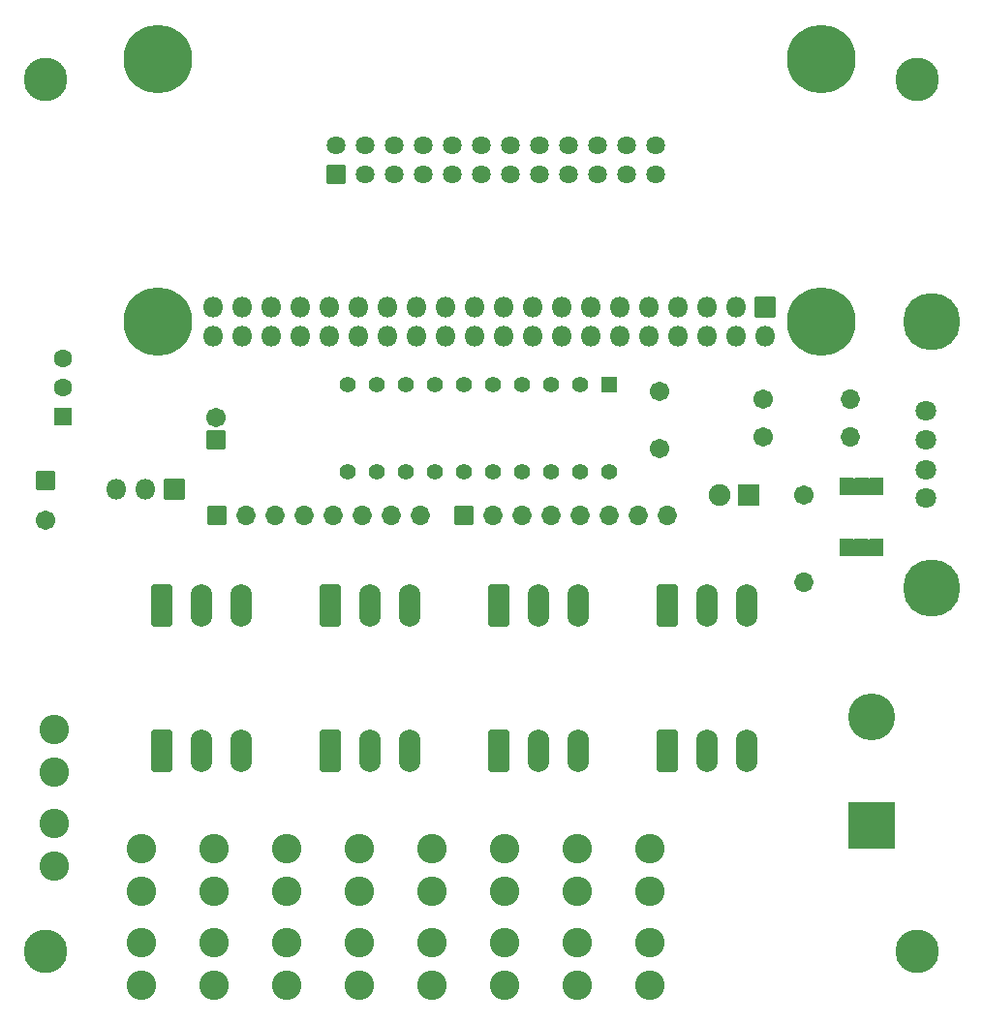
<source format=gbr>
G04 #@! TF.GenerationSoftware,KiCad,Pcbnew,(6.0.1)*
G04 #@! TF.CreationDate,2022-02-10T21:28:02-05:00*
G04 #@! TF.ProjectId,PI_W_Controller,50495f57-5f43-46f6-9e74-726f6c6c6572,v2*
G04 #@! TF.SameCoordinates,Original*
G04 #@! TF.FileFunction,Soldermask,Top*
G04 #@! TF.FilePolarity,Negative*
%FSLAX46Y46*%
G04 Gerber Fmt 4.6, Leading zero omitted, Abs format (unit mm)*
G04 Created by KiCad (PCBNEW (6.0.1)) date 2022-02-10 21:28:02*
%MOMM*%
%LPD*%
G01*
G04 APERTURE LIST*
G04 Aperture macros list*
%AMRoundRect*
0 Rectangle with rounded corners*
0 $1 Rounding radius*
0 $2 $3 $4 $5 $6 $7 $8 $9 X,Y pos of 4 corners*
0 Add a 4 corners polygon primitive as box body*
4,1,4,$2,$3,$4,$5,$6,$7,$8,$9,$2,$3,0*
0 Add four circle primitives for the rounded corners*
1,1,$1+$1,$2,$3*
1,1,$1+$1,$4,$5*
1,1,$1+$1,$6,$7*
1,1,$1+$1,$8,$9*
0 Add four rect primitives between the rounded corners*
20,1,$1+$1,$2,$3,$4,$5,0*
20,1,$1+$1,$4,$5,$6,$7,0*
20,1,$1+$1,$6,$7,$8,$9,0*
20,1,$1+$1,$8,$9,$2,$3,0*%
G04 Aperture macros list end*
%ADD10RoundRect,0.051000X0.800000X-0.800000X0.800000X0.800000X-0.800000X0.800000X-0.800000X-0.800000X0*%
%ADD11C,1.702000*%
%ADD12RoundRect,0.301000X-0.650000X-1.550000X0.650000X-1.550000X0.650000X1.550000X-0.650000X1.550000X0*%
%ADD13O,1.902000X3.702000*%
%ADD14C,5.000000*%
%ADD15C,1.802000*%
%ADD16C,2.577000*%
%ADD17RoundRect,0.051000X-0.800000X0.800000X-0.800000X-0.800000X0.800000X-0.800000X0.800000X0.800000X0*%
%ADD18C,3.802000*%
%ADD19RoundRect,0.051000X-0.800000X-0.800000X0.800000X-0.800000X0.800000X0.800000X-0.800000X0.800000X0*%
%ADD20O,1.702000X1.702000*%
%ADD21RoundRect,0.051000X-0.647700X0.647700X-0.647700X-0.647700X0.647700X-0.647700X0.647700X0.647700X0*%
%ADD22C,1.397400*%
%ADD23RoundRect,0.051000X0.750000X-0.750000X0.750000X0.750000X-0.750000X0.750000X-0.750000X-0.750000X0*%
%ADD24C,1.602000*%
%ADD25RoundRect,0.051000X0.900000X0.900000X-0.900000X0.900000X-0.900000X-0.900000X0.900000X-0.900000X0*%
%ADD26C,1.902000*%
%ADD27RoundRect,0.051000X-0.500000X-0.750000X0.500000X-0.750000X0.500000X0.750000X-0.500000X0.750000X0*%
%ADD28RoundRect,0.051000X-0.850000X0.850000X-0.850000X-0.850000X0.850000X-0.850000X0.850000X0.850000X0*%
%ADD29O,1.802000X1.802000*%
%ADD30RoundRect,0.051000X2.000000X-2.000000X2.000000X2.000000X-2.000000X2.000000X-2.000000X-2.000000X0*%
%ADD31C,4.102000*%
%ADD32RoundRect,0.051000X-0.765000X-0.765000X0.765000X-0.765000X0.765000X0.765000X-0.765000X0.765000X0*%
%ADD33C,1.632000*%
%ADD34C,6.000000*%
%ADD35RoundRect,0.051000X0.850000X-0.850000X0.850000X0.850000X-0.850000X0.850000X-0.850000X-0.850000X0*%
G04 APERTURE END LIST*
D10*
X134800000Y-82800000D03*
D11*
X134800000Y-80800000D03*
D12*
X130048000Y-97282000D03*
D13*
X133548000Y-97282000D03*
X137048000Y-97282000D03*
D12*
X159512000Y-97282000D03*
D13*
X163012000Y-97282000D03*
X166512000Y-97282000D03*
D12*
X174244000Y-109982000D03*
D13*
X177744000Y-109982000D03*
X181244000Y-109982000D03*
D14*
X197350000Y-72424000D03*
X197350000Y-95724000D03*
D15*
X196850000Y-80274000D03*
X196850000Y-82774000D03*
X196850000Y-85374000D03*
X196850000Y-87874000D03*
D16*
X128270000Y-130410000D03*
X128270000Y-126710000D03*
X128270000Y-122210000D03*
X128270000Y-118510000D03*
X140970000Y-130410000D03*
X140970000Y-126710000D03*
X140970000Y-122210000D03*
X140970000Y-118510000D03*
X147320000Y-130410000D03*
X147320000Y-126710000D03*
X147320000Y-122210000D03*
X147320000Y-118510000D03*
X153670000Y-130410000D03*
X153670000Y-126710000D03*
X153670000Y-122210000D03*
X153670000Y-118510000D03*
X172720000Y-130410000D03*
X172720000Y-126710000D03*
X172720000Y-122210000D03*
X172720000Y-118510000D03*
D12*
X174244000Y-97282000D03*
D13*
X177744000Y-97282000D03*
X181244000Y-97282000D03*
D17*
X119900000Y-86300000D03*
D11*
X119900000Y-89800000D03*
D12*
X159512000Y-109982000D03*
D13*
X163012000Y-109982000D03*
X166512000Y-109982000D03*
D16*
X120650000Y-119996000D03*
X120650000Y-116296000D03*
X120650000Y-111796000D03*
X120650000Y-108096000D03*
D18*
X196088000Y-127508000D03*
X196088000Y-51308000D03*
X119888000Y-127508000D03*
X119888000Y-51308000D03*
D19*
X156464000Y-89408000D03*
D20*
X159004000Y-89408000D03*
X161544000Y-89408000D03*
X164084000Y-89408000D03*
X166624000Y-89408000D03*
X169164000Y-89408000D03*
X171704000Y-89408000D03*
X174244000Y-89408000D03*
D11*
X186182000Y-87630000D03*
D20*
X186182000Y-95250000D03*
D12*
X144780000Y-109982000D03*
D13*
X148280000Y-109982000D03*
X151780000Y-109982000D03*
D11*
X182626000Y-82550000D03*
D20*
X190246000Y-82550000D03*
D19*
X134874000Y-89408000D03*
D20*
X137414000Y-89408000D03*
X139954000Y-89408000D03*
X142494000Y-89408000D03*
X145034000Y-89408000D03*
X147574000Y-89408000D03*
X150114000Y-89408000D03*
X152654000Y-89408000D03*
D21*
X169164000Y-77978000D03*
D22*
X166624000Y-77978000D03*
X164084000Y-77978000D03*
X161544000Y-77978000D03*
X159004000Y-77978000D03*
X156464000Y-77978000D03*
X153924000Y-77978000D03*
X151384000Y-77978000D03*
X148844000Y-77978000D03*
X146304000Y-77978000D03*
X146304000Y-85598000D03*
X148844000Y-85598000D03*
X151384000Y-85598000D03*
X153924000Y-85598000D03*
X156464000Y-85598000D03*
X159004000Y-85598000D03*
X161544000Y-85598000D03*
X164084000Y-85598000D03*
X166624000Y-85598000D03*
X169164000Y-85598000D03*
D23*
X121462500Y-80772000D03*
D24*
X121462500Y-78232000D03*
X121462500Y-75692000D03*
D12*
X130048000Y-109982000D03*
D13*
X133548000Y-109982000D03*
X137048000Y-109982000D03*
D25*
X181361000Y-87630000D03*
D26*
X178821000Y-87630000D03*
D11*
X182626000Y-79248000D03*
D20*
X190246000Y-79248000D03*
D16*
X134620000Y-130410000D03*
X134620000Y-126710000D03*
X134620000Y-122210000D03*
X134620000Y-118510000D03*
X166370000Y-130410000D03*
X166370000Y-126710000D03*
X166370000Y-122210000D03*
X166370000Y-118510000D03*
X160020000Y-130410000D03*
X160020000Y-126710000D03*
X160020000Y-122210000D03*
X160020000Y-118510000D03*
D27*
X189962000Y-86868000D03*
X191262000Y-86868000D03*
X192562000Y-86868000D03*
D12*
X144780000Y-97282000D03*
D13*
X148280000Y-97282000D03*
X151780000Y-97282000D03*
D11*
X173609000Y-83566000D03*
X173609000Y-78566000D03*
D28*
X131200000Y-87100000D03*
D29*
X128660000Y-87100000D03*
X126120000Y-87100000D03*
D30*
X192133000Y-116465000D03*
D31*
X192133000Y-106965000D03*
D32*
X145330000Y-59570000D03*
D33*
X145330000Y-57030000D03*
X147870000Y-59570000D03*
X147870000Y-57030000D03*
X150410000Y-59570000D03*
X150410000Y-57030000D03*
X152950000Y-59570000D03*
X152950000Y-57030000D03*
X155490000Y-59570000D03*
X155490000Y-57030000D03*
X158030000Y-59570000D03*
X158030000Y-57030000D03*
X160570000Y-59570000D03*
X160570000Y-57030000D03*
X163110000Y-59570000D03*
X163110000Y-57030000D03*
X165650000Y-59570000D03*
X165650000Y-57030000D03*
X168190000Y-59570000D03*
X168190000Y-57030000D03*
X170730000Y-59570000D03*
X170730000Y-57030000D03*
X173270000Y-59570000D03*
X173270000Y-57030000D03*
D27*
X189932000Y-92202000D03*
X191232000Y-92202000D03*
X192532000Y-92202000D03*
D34*
X187713000Y-49469000D03*
X129713000Y-49469000D03*
X129713000Y-72469000D03*
X187713000Y-72469000D03*
D35*
X182843000Y-71199000D03*
D29*
X182843000Y-73739000D03*
X180303000Y-71199000D03*
X180303000Y-73739000D03*
X177763000Y-71199000D03*
X177763000Y-73739000D03*
X175223000Y-71199000D03*
X175223000Y-73739000D03*
X172683000Y-71199000D03*
X172683000Y-73739000D03*
X170143000Y-71199000D03*
X170143000Y-73739000D03*
X167603000Y-71199000D03*
X167603000Y-73739000D03*
X165063000Y-71199000D03*
X165063000Y-73739000D03*
X162523000Y-71199000D03*
X162523000Y-73739000D03*
X159983000Y-71199000D03*
X159983000Y-73739000D03*
X157443000Y-71199000D03*
X157443000Y-73739000D03*
X154903000Y-71199000D03*
X154903000Y-73739000D03*
X152363000Y-71199000D03*
X152363000Y-73739000D03*
X149823000Y-71199000D03*
X149823000Y-73739000D03*
X147283000Y-71199000D03*
X147283000Y-73739000D03*
X144743000Y-71199000D03*
X144743000Y-73739000D03*
X142203000Y-71199000D03*
X142203000Y-73739000D03*
X139663000Y-71199000D03*
X139663000Y-73739000D03*
X137123000Y-71199000D03*
X137123000Y-73739000D03*
X134583000Y-71199000D03*
X134583000Y-73739000D03*
G36*
X191781267Y-91435301D02*
G01*
X191832946Y-91478489D01*
X191901661Y-91487120D01*
X191964291Y-91457156D01*
X191982348Y-91436318D01*
X191984238Y-91435664D01*
X191985749Y-91436974D01*
X191985821Y-91438018D01*
X191983000Y-91452199D01*
X191983000Y-92951801D01*
X191985978Y-92966774D01*
X191985335Y-92968668D01*
X191983373Y-92969058D01*
X191982733Y-92968699D01*
X191931054Y-92925511D01*
X191862339Y-92916880D01*
X191799709Y-92946844D01*
X191781652Y-92967682D01*
X191779762Y-92968336D01*
X191778251Y-92967026D01*
X191778179Y-92965982D01*
X191781000Y-92951801D01*
X191781000Y-91452199D01*
X191778022Y-91437226D01*
X191778665Y-91435332D01*
X191780627Y-91434942D01*
X191781267Y-91435301D01*
G37*
G36*
X190481267Y-91435301D02*
G01*
X190532946Y-91478489D01*
X190601661Y-91487120D01*
X190664291Y-91457156D01*
X190682348Y-91436318D01*
X190684238Y-91435664D01*
X190685749Y-91436974D01*
X190685821Y-91438018D01*
X190683000Y-91452199D01*
X190683000Y-92951801D01*
X190685978Y-92966774D01*
X190685335Y-92968668D01*
X190683373Y-92969058D01*
X190682733Y-92968699D01*
X190631054Y-92925511D01*
X190562339Y-92916880D01*
X190499709Y-92946844D01*
X190481652Y-92967682D01*
X190479762Y-92968336D01*
X190478251Y-92967026D01*
X190478179Y-92965982D01*
X190481000Y-92951801D01*
X190481000Y-91452199D01*
X190478022Y-91437226D01*
X190478665Y-91435332D01*
X190480627Y-91434942D01*
X190481267Y-91435301D01*
G37*
G36*
X191811267Y-86101301D02*
G01*
X191862946Y-86144489D01*
X191931661Y-86153120D01*
X191994291Y-86123156D01*
X192012348Y-86102318D01*
X192014238Y-86101664D01*
X192015749Y-86102974D01*
X192015821Y-86104018D01*
X192013000Y-86118199D01*
X192013000Y-87617801D01*
X192015978Y-87632774D01*
X192015335Y-87634668D01*
X192013373Y-87635058D01*
X192012733Y-87634699D01*
X191961054Y-87591511D01*
X191892339Y-87582880D01*
X191829709Y-87612844D01*
X191811652Y-87633682D01*
X191809762Y-87634336D01*
X191808251Y-87633026D01*
X191808179Y-87631982D01*
X191811000Y-87617801D01*
X191811000Y-86118199D01*
X191808022Y-86103226D01*
X191808665Y-86101332D01*
X191810627Y-86100942D01*
X191811267Y-86101301D01*
G37*
G36*
X190511267Y-86101301D02*
G01*
X190562946Y-86144489D01*
X190631661Y-86153120D01*
X190694291Y-86123156D01*
X190712348Y-86102318D01*
X190714238Y-86101664D01*
X190715749Y-86102974D01*
X190715821Y-86104018D01*
X190713000Y-86118199D01*
X190713000Y-87617801D01*
X190715978Y-87632774D01*
X190715335Y-87634668D01*
X190713373Y-87635058D01*
X190712733Y-87634699D01*
X190661054Y-87591511D01*
X190592339Y-87582880D01*
X190529709Y-87612844D01*
X190511652Y-87633682D01*
X190509762Y-87634336D01*
X190508251Y-87633026D01*
X190508179Y-87631982D01*
X190511000Y-87617801D01*
X190511000Y-86118199D01*
X190508022Y-86103226D01*
X190508665Y-86101332D01*
X190510627Y-86100942D01*
X190511267Y-86101301D01*
G37*
M02*

</source>
